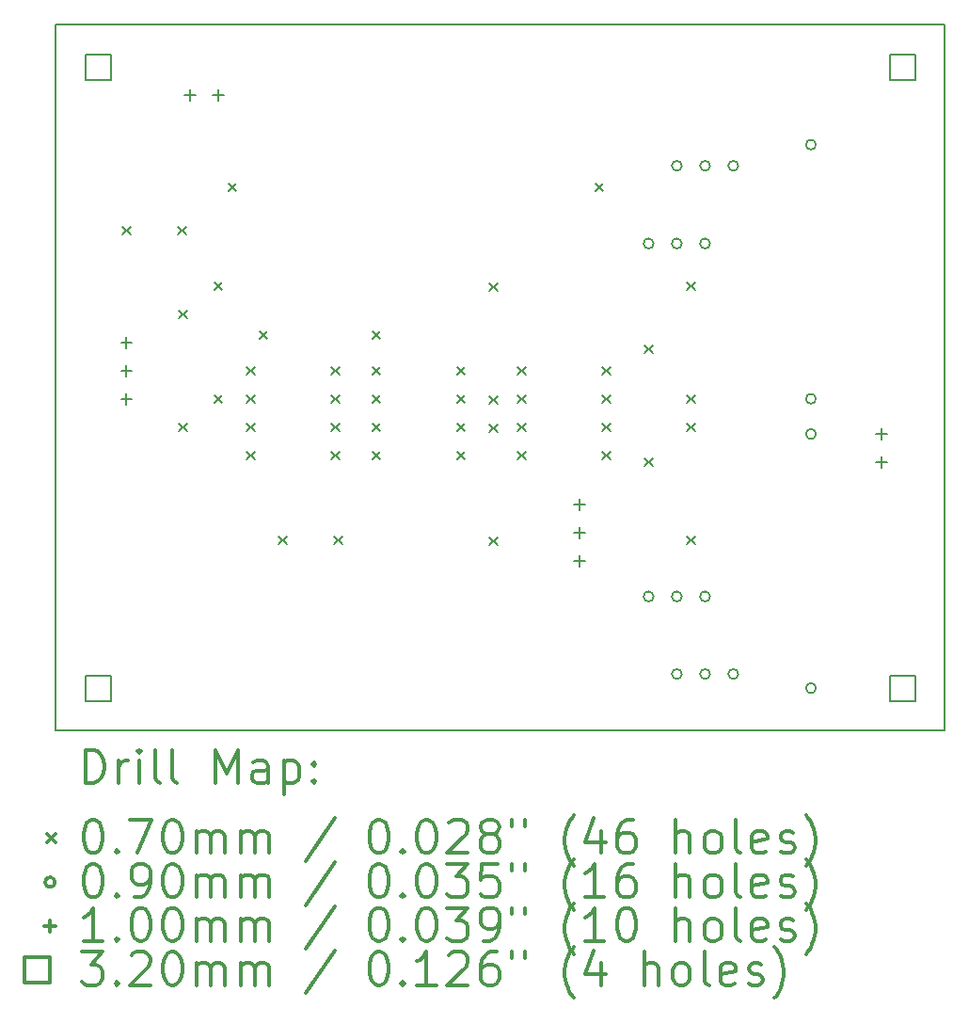
<source format=gbr>
%FSLAX45Y45*%
G04 Gerber Fmt 4.5, Leading zero omitted, Abs format (unit mm)*
G04 Created by KiCad (PCBNEW 4.0.1-stable) date 12/02/16 17:09:35*
%MOMM*%
G01*
G04 APERTURE LIST*
%ADD10C,0.127000*%
%ADD11C,0.150000*%
%ADD12C,0.200000*%
%ADD13C,0.300000*%
G04 APERTURE END LIST*
D10*
D11*
X20701000Y-9652000D02*
X12700000Y-9652000D01*
X12700000Y-16002000D02*
X20701000Y-16002000D01*
X12700000Y-16002000D02*
X12700000Y-9652000D01*
X20701000Y-9652000D02*
X20701000Y-16002000D01*
D12*
X13300000Y-11471200D02*
X13370000Y-11541200D01*
X13370000Y-11471200D02*
X13300000Y-11541200D01*
X13800000Y-11471200D02*
X13870000Y-11541200D01*
X13870000Y-11471200D02*
X13800000Y-11541200D01*
X13808000Y-12220500D02*
X13878000Y-12290500D01*
X13878000Y-12220500D02*
X13808000Y-12290500D01*
X13808000Y-13236500D02*
X13878000Y-13306500D01*
X13878000Y-13236500D02*
X13808000Y-13306500D01*
X14125500Y-11966500D02*
X14195500Y-12036500D01*
X14195500Y-11966500D02*
X14125500Y-12036500D01*
X14125500Y-12982500D02*
X14195500Y-13052500D01*
X14195500Y-12982500D02*
X14125500Y-13052500D01*
X14252500Y-11077500D02*
X14322500Y-11147500D01*
X14322500Y-11077500D02*
X14252500Y-11147500D01*
X14417600Y-12728500D02*
X14487600Y-12798500D01*
X14487600Y-12728500D02*
X14417600Y-12798500D01*
X14417600Y-12982500D02*
X14487600Y-13052500D01*
X14487600Y-12982500D02*
X14417600Y-13052500D01*
X14417600Y-13236500D02*
X14487600Y-13306500D01*
X14487600Y-13236500D02*
X14417600Y-13306500D01*
X14417600Y-13490500D02*
X14487600Y-13560500D01*
X14487600Y-13490500D02*
X14417600Y-13560500D01*
X14531900Y-12411000D02*
X14601900Y-12481000D01*
X14601900Y-12411000D02*
X14531900Y-12481000D01*
X14705000Y-14252500D02*
X14775000Y-14322500D01*
X14775000Y-14252500D02*
X14705000Y-14322500D01*
X15179600Y-12728500D02*
X15249600Y-12798500D01*
X15249600Y-12728500D02*
X15179600Y-12798500D01*
X15179600Y-12982500D02*
X15249600Y-13052500D01*
X15249600Y-12982500D02*
X15179600Y-13052500D01*
X15179600Y-13236500D02*
X15249600Y-13306500D01*
X15249600Y-13236500D02*
X15179600Y-13306500D01*
X15179600Y-13490500D02*
X15249600Y-13560500D01*
X15249600Y-13490500D02*
X15179600Y-13560500D01*
X15205000Y-14252500D02*
X15275000Y-14322500D01*
X15275000Y-14252500D02*
X15205000Y-14322500D01*
X15547900Y-12411000D02*
X15617900Y-12481000D01*
X15617900Y-12411000D02*
X15547900Y-12481000D01*
X15547900Y-12728500D02*
X15617900Y-12798500D01*
X15617900Y-12728500D02*
X15547900Y-12798500D01*
X15547900Y-12982500D02*
X15617900Y-13052500D01*
X15617900Y-12982500D02*
X15547900Y-13052500D01*
X15547900Y-13236500D02*
X15617900Y-13306500D01*
X15617900Y-13236500D02*
X15547900Y-13306500D01*
X15547900Y-13490500D02*
X15617900Y-13560500D01*
X15617900Y-13490500D02*
X15547900Y-13560500D01*
X16309900Y-12728500D02*
X16379900Y-12798500D01*
X16379900Y-12728500D02*
X16309900Y-12798500D01*
X16309900Y-12982500D02*
X16379900Y-13052500D01*
X16379900Y-12982500D02*
X16309900Y-13052500D01*
X16309900Y-13236500D02*
X16379900Y-13306500D01*
X16379900Y-13236500D02*
X16309900Y-13306500D01*
X16309900Y-13490500D02*
X16379900Y-13560500D01*
X16379900Y-13490500D02*
X16309900Y-13560500D01*
X16602000Y-11979200D02*
X16672000Y-12049200D01*
X16672000Y-11979200D02*
X16602000Y-12049200D01*
X16602000Y-12995200D02*
X16672000Y-13065200D01*
X16672000Y-12995200D02*
X16602000Y-13065200D01*
X16602000Y-13249200D02*
X16672000Y-13319200D01*
X16672000Y-13249200D02*
X16602000Y-13319200D01*
X16602000Y-14265200D02*
X16672000Y-14335200D01*
X16672000Y-14265200D02*
X16602000Y-14335200D01*
X16856000Y-12728500D02*
X16926000Y-12798500D01*
X16926000Y-12728500D02*
X16856000Y-12798500D01*
X16856000Y-12982500D02*
X16926000Y-13052500D01*
X16926000Y-12982500D02*
X16856000Y-13052500D01*
X16856000Y-13236500D02*
X16926000Y-13306500D01*
X16926000Y-13236500D02*
X16856000Y-13306500D01*
X16856000Y-13490500D02*
X16926000Y-13560500D01*
X16926000Y-13490500D02*
X16856000Y-13560500D01*
X17554500Y-11077500D02*
X17624500Y-11147500D01*
X17624500Y-11077500D02*
X17554500Y-11147500D01*
X17618000Y-12728500D02*
X17688000Y-12798500D01*
X17688000Y-12728500D02*
X17618000Y-12798500D01*
X17618000Y-12982500D02*
X17688000Y-13052500D01*
X17688000Y-12982500D02*
X17618000Y-13052500D01*
X17618000Y-13236500D02*
X17688000Y-13306500D01*
X17688000Y-13236500D02*
X17618000Y-13306500D01*
X17618000Y-13490500D02*
X17688000Y-13560500D01*
X17688000Y-13490500D02*
X17618000Y-13560500D01*
X17999000Y-12538000D02*
X18069000Y-12608000D01*
X18069000Y-12538000D02*
X17999000Y-12608000D01*
X17999000Y-13554000D02*
X18069000Y-13624000D01*
X18069000Y-13554000D02*
X17999000Y-13624000D01*
X18379746Y-12982448D02*
X18449746Y-13052448D01*
X18449746Y-12982448D02*
X18379746Y-13052448D01*
X18379746Y-14252448D02*
X18449746Y-14322448D01*
X18449746Y-14252448D02*
X18379746Y-14322448D01*
X18380000Y-11966500D02*
X18450000Y-12036500D01*
X18450000Y-11966500D02*
X18380000Y-12036500D01*
X18380000Y-13236500D02*
X18450000Y-13306500D01*
X18450000Y-13236500D02*
X18380000Y-13306500D01*
X18079000Y-11620500D02*
G75*
G03X18079000Y-11620500I-45000J0D01*
G01*
X18079000Y-14795500D02*
G75*
G03X18079000Y-14795500I-45000J0D01*
G01*
X18333000Y-10922000D02*
G75*
G03X18333000Y-10922000I-45000J0D01*
G01*
X18333000Y-11620500D02*
G75*
G03X18333000Y-11620500I-45000J0D01*
G01*
X18333000Y-14795500D02*
G75*
G03X18333000Y-14795500I-45000J0D01*
G01*
X18333000Y-15494000D02*
G75*
G03X18333000Y-15494000I-45000J0D01*
G01*
X18587000Y-10922000D02*
G75*
G03X18587000Y-10922000I-45000J0D01*
G01*
X18587000Y-11620500D02*
G75*
G03X18587000Y-11620500I-45000J0D01*
G01*
X18587000Y-14795500D02*
G75*
G03X18587000Y-14795500I-45000J0D01*
G01*
X18587000Y-15494000D02*
G75*
G03X18587000Y-15494000I-45000J0D01*
G01*
X18841000Y-10922000D02*
G75*
G03X18841000Y-10922000I-45000J0D01*
G01*
X18841000Y-15494000D02*
G75*
G03X18841000Y-15494000I-45000J0D01*
G01*
X19539500Y-10731500D02*
G75*
G03X19539500Y-10731500I-45000J0D01*
G01*
X19539500Y-13017500D02*
G75*
G03X19539500Y-13017500I-45000J0D01*
G01*
X19539500Y-13335000D02*
G75*
G03X19539500Y-13335000I-45000J0D01*
G01*
X19539500Y-15621000D02*
G75*
G03X19539500Y-15621000I-45000J0D01*
G01*
X13335000Y-12459500D02*
X13335000Y-12559500D01*
X13285000Y-12509500D02*
X13385000Y-12509500D01*
X13335000Y-12713500D02*
X13335000Y-12813500D01*
X13285000Y-12763500D02*
X13385000Y-12763500D01*
X13335000Y-12967500D02*
X13335000Y-13067500D01*
X13285000Y-13017500D02*
X13385000Y-13017500D01*
X13906500Y-10237000D02*
X13906500Y-10337000D01*
X13856500Y-10287000D02*
X13956500Y-10287000D01*
X14160500Y-10237000D02*
X14160500Y-10337000D01*
X14110500Y-10287000D02*
X14210500Y-10287000D01*
X17411700Y-13920000D02*
X17411700Y-14020000D01*
X17361700Y-13970000D02*
X17461700Y-13970000D01*
X17411700Y-14174000D02*
X17411700Y-14274000D01*
X17361700Y-14224000D02*
X17461700Y-14224000D01*
X17411700Y-14428000D02*
X17411700Y-14528000D01*
X17361700Y-14478000D02*
X17461700Y-14478000D01*
X20129500Y-13285000D02*
X20129500Y-13385000D01*
X20079500Y-13335000D02*
X20179500Y-13335000D01*
X20129500Y-13539000D02*
X20129500Y-13639000D01*
X20079500Y-13589000D02*
X20179500Y-13589000D01*
X13194138Y-10146138D02*
X13194138Y-9919862D01*
X12967862Y-9919862D01*
X12967862Y-10146138D01*
X13194138Y-10146138D01*
X13194138Y-15734138D02*
X13194138Y-15507862D01*
X12967862Y-15507862D01*
X12967862Y-15734138D01*
X13194138Y-15734138D01*
X20433138Y-10146138D02*
X20433138Y-9919862D01*
X20206862Y-9919862D01*
X20206862Y-10146138D01*
X20433138Y-10146138D01*
X20433138Y-15734138D02*
X20433138Y-15507862D01*
X20206862Y-15507862D01*
X20206862Y-15734138D01*
X20433138Y-15734138D01*
D13*
X12963928Y-16475214D02*
X12963928Y-16175214D01*
X13035357Y-16175214D01*
X13078214Y-16189500D01*
X13106786Y-16218071D01*
X13121071Y-16246643D01*
X13135357Y-16303786D01*
X13135357Y-16346643D01*
X13121071Y-16403786D01*
X13106786Y-16432357D01*
X13078214Y-16460929D01*
X13035357Y-16475214D01*
X12963928Y-16475214D01*
X13263928Y-16475214D02*
X13263928Y-16275214D01*
X13263928Y-16332357D02*
X13278214Y-16303786D01*
X13292500Y-16289500D01*
X13321071Y-16275214D01*
X13349643Y-16275214D01*
X13449643Y-16475214D02*
X13449643Y-16275214D01*
X13449643Y-16175214D02*
X13435357Y-16189500D01*
X13449643Y-16203786D01*
X13463928Y-16189500D01*
X13449643Y-16175214D01*
X13449643Y-16203786D01*
X13635357Y-16475214D02*
X13606786Y-16460929D01*
X13592500Y-16432357D01*
X13592500Y-16175214D01*
X13792500Y-16475214D02*
X13763928Y-16460929D01*
X13749643Y-16432357D01*
X13749643Y-16175214D01*
X14135357Y-16475214D02*
X14135357Y-16175214D01*
X14235357Y-16389500D01*
X14335357Y-16175214D01*
X14335357Y-16475214D01*
X14606786Y-16475214D02*
X14606786Y-16318071D01*
X14592500Y-16289500D01*
X14563928Y-16275214D01*
X14506786Y-16275214D01*
X14478214Y-16289500D01*
X14606786Y-16460929D02*
X14578214Y-16475214D01*
X14506786Y-16475214D01*
X14478214Y-16460929D01*
X14463928Y-16432357D01*
X14463928Y-16403786D01*
X14478214Y-16375214D01*
X14506786Y-16360929D01*
X14578214Y-16360929D01*
X14606786Y-16346643D01*
X14749643Y-16275214D02*
X14749643Y-16575214D01*
X14749643Y-16289500D02*
X14778214Y-16275214D01*
X14835357Y-16275214D01*
X14863928Y-16289500D01*
X14878214Y-16303786D01*
X14892500Y-16332357D01*
X14892500Y-16418071D01*
X14878214Y-16446643D01*
X14863928Y-16460929D01*
X14835357Y-16475214D01*
X14778214Y-16475214D01*
X14749643Y-16460929D01*
X15021071Y-16446643D02*
X15035357Y-16460929D01*
X15021071Y-16475214D01*
X15006786Y-16460929D01*
X15021071Y-16446643D01*
X15021071Y-16475214D01*
X15021071Y-16289500D02*
X15035357Y-16303786D01*
X15021071Y-16318071D01*
X15006786Y-16303786D01*
X15021071Y-16289500D01*
X15021071Y-16318071D01*
X12622500Y-16934500D02*
X12692500Y-17004500D01*
X12692500Y-16934500D02*
X12622500Y-17004500D01*
X13021071Y-16805214D02*
X13049643Y-16805214D01*
X13078214Y-16819500D01*
X13092500Y-16833786D01*
X13106786Y-16862357D01*
X13121071Y-16919500D01*
X13121071Y-16990929D01*
X13106786Y-17048072D01*
X13092500Y-17076643D01*
X13078214Y-17090929D01*
X13049643Y-17105214D01*
X13021071Y-17105214D01*
X12992500Y-17090929D01*
X12978214Y-17076643D01*
X12963928Y-17048072D01*
X12949643Y-16990929D01*
X12949643Y-16919500D01*
X12963928Y-16862357D01*
X12978214Y-16833786D01*
X12992500Y-16819500D01*
X13021071Y-16805214D01*
X13249643Y-17076643D02*
X13263928Y-17090929D01*
X13249643Y-17105214D01*
X13235357Y-17090929D01*
X13249643Y-17076643D01*
X13249643Y-17105214D01*
X13363928Y-16805214D02*
X13563928Y-16805214D01*
X13435357Y-17105214D01*
X13735357Y-16805214D02*
X13763928Y-16805214D01*
X13792500Y-16819500D01*
X13806786Y-16833786D01*
X13821071Y-16862357D01*
X13835357Y-16919500D01*
X13835357Y-16990929D01*
X13821071Y-17048072D01*
X13806786Y-17076643D01*
X13792500Y-17090929D01*
X13763928Y-17105214D01*
X13735357Y-17105214D01*
X13706786Y-17090929D01*
X13692500Y-17076643D01*
X13678214Y-17048072D01*
X13663928Y-16990929D01*
X13663928Y-16919500D01*
X13678214Y-16862357D01*
X13692500Y-16833786D01*
X13706786Y-16819500D01*
X13735357Y-16805214D01*
X13963928Y-17105214D02*
X13963928Y-16905214D01*
X13963928Y-16933786D02*
X13978214Y-16919500D01*
X14006786Y-16905214D01*
X14049643Y-16905214D01*
X14078214Y-16919500D01*
X14092500Y-16948072D01*
X14092500Y-17105214D01*
X14092500Y-16948072D02*
X14106786Y-16919500D01*
X14135357Y-16905214D01*
X14178214Y-16905214D01*
X14206786Y-16919500D01*
X14221071Y-16948072D01*
X14221071Y-17105214D01*
X14363928Y-17105214D02*
X14363928Y-16905214D01*
X14363928Y-16933786D02*
X14378214Y-16919500D01*
X14406786Y-16905214D01*
X14449643Y-16905214D01*
X14478214Y-16919500D01*
X14492500Y-16948072D01*
X14492500Y-17105214D01*
X14492500Y-16948072D02*
X14506786Y-16919500D01*
X14535357Y-16905214D01*
X14578214Y-16905214D01*
X14606786Y-16919500D01*
X14621071Y-16948072D01*
X14621071Y-17105214D01*
X15206786Y-16790929D02*
X14949643Y-17176643D01*
X15592500Y-16805214D02*
X15621071Y-16805214D01*
X15649643Y-16819500D01*
X15663928Y-16833786D01*
X15678214Y-16862357D01*
X15692500Y-16919500D01*
X15692500Y-16990929D01*
X15678214Y-17048072D01*
X15663928Y-17076643D01*
X15649643Y-17090929D01*
X15621071Y-17105214D01*
X15592500Y-17105214D01*
X15563928Y-17090929D01*
X15549643Y-17076643D01*
X15535357Y-17048072D01*
X15521071Y-16990929D01*
X15521071Y-16919500D01*
X15535357Y-16862357D01*
X15549643Y-16833786D01*
X15563928Y-16819500D01*
X15592500Y-16805214D01*
X15821071Y-17076643D02*
X15835357Y-17090929D01*
X15821071Y-17105214D01*
X15806786Y-17090929D01*
X15821071Y-17076643D01*
X15821071Y-17105214D01*
X16021071Y-16805214D02*
X16049643Y-16805214D01*
X16078214Y-16819500D01*
X16092500Y-16833786D01*
X16106785Y-16862357D01*
X16121071Y-16919500D01*
X16121071Y-16990929D01*
X16106785Y-17048072D01*
X16092500Y-17076643D01*
X16078214Y-17090929D01*
X16049643Y-17105214D01*
X16021071Y-17105214D01*
X15992500Y-17090929D01*
X15978214Y-17076643D01*
X15963928Y-17048072D01*
X15949643Y-16990929D01*
X15949643Y-16919500D01*
X15963928Y-16862357D01*
X15978214Y-16833786D01*
X15992500Y-16819500D01*
X16021071Y-16805214D01*
X16235357Y-16833786D02*
X16249643Y-16819500D01*
X16278214Y-16805214D01*
X16349643Y-16805214D01*
X16378214Y-16819500D01*
X16392500Y-16833786D01*
X16406785Y-16862357D01*
X16406785Y-16890929D01*
X16392500Y-16933786D01*
X16221071Y-17105214D01*
X16406785Y-17105214D01*
X16578214Y-16933786D02*
X16549643Y-16919500D01*
X16535357Y-16905214D01*
X16521071Y-16876643D01*
X16521071Y-16862357D01*
X16535357Y-16833786D01*
X16549643Y-16819500D01*
X16578214Y-16805214D01*
X16635357Y-16805214D01*
X16663928Y-16819500D01*
X16678214Y-16833786D01*
X16692500Y-16862357D01*
X16692500Y-16876643D01*
X16678214Y-16905214D01*
X16663928Y-16919500D01*
X16635357Y-16933786D01*
X16578214Y-16933786D01*
X16549643Y-16948072D01*
X16535357Y-16962357D01*
X16521071Y-16990929D01*
X16521071Y-17048072D01*
X16535357Y-17076643D01*
X16549643Y-17090929D01*
X16578214Y-17105214D01*
X16635357Y-17105214D01*
X16663928Y-17090929D01*
X16678214Y-17076643D01*
X16692500Y-17048072D01*
X16692500Y-16990929D01*
X16678214Y-16962357D01*
X16663928Y-16948072D01*
X16635357Y-16933786D01*
X16806786Y-16805214D02*
X16806786Y-16862357D01*
X16921071Y-16805214D02*
X16921071Y-16862357D01*
X17363928Y-17219500D02*
X17349643Y-17205214D01*
X17321071Y-17162357D01*
X17306786Y-17133786D01*
X17292500Y-17090929D01*
X17278214Y-17019500D01*
X17278214Y-16962357D01*
X17292500Y-16890929D01*
X17306786Y-16848072D01*
X17321071Y-16819500D01*
X17349643Y-16776643D01*
X17363928Y-16762357D01*
X17606786Y-16905214D02*
X17606786Y-17105214D01*
X17535357Y-16790929D02*
X17463928Y-17005214D01*
X17649643Y-17005214D01*
X17892500Y-16805214D02*
X17835357Y-16805214D01*
X17806786Y-16819500D01*
X17792500Y-16833786D01*
X17763928Y-16876643D01*
X17749643Y-16933786D01*
X17749643Y-17048072D01*
X17763928Y-17076643D01*
X17778214Y-17090929D01*
X17806786Y-17105214D01*
X17863928Y-17105214D01*
X17892500Y-17090929D01*
X17906786Y-17076643D01*
X17921071Y-17048072D01*
X17921071Y-16976643D01*
X17906786Y-16948072D01*
X17892500Y-16933786D01*
X17863928Y-16919500D01*
X17806786Y-16919500D01*
X17778214Y-16933786D01*
X17763928Y-16948072D01*
X17749643Y-16976643D01*
X18278214Y-17105214D02*
X18278214Y-16805214D01*
X18406786Y-17105214D02*
X18406786Y-16948072D01*
X18392500Y-16919500D01*
X18363928Y-16905214D01*
X18321071Y-16905214D01*
X18292500Y-16919500D01*
X18278214Y-16933786D01*
X18592500Y-17105214D02*
X18563928Y-17090929D01*
X18549643Y-17076643D01*
X18535357Y-17048072D01*
X18535357Y-16962357D01*
X18549643Y-16933786D01*
X18563928Y-16919500D01*
X18592500Y-16905214D01*
X18635357Y-16905214D01*
X18663928Y-16919500D01*
X18678214Y-16933786D01*
X18692500Y-16962357D01*
X18692500Y-17048072D01*
X18678214Y-17076643D01*
X18663928Y-17090929D01*
X18635357Y-17105214D01*
X18592500Y-17105214D01*
X18863928Y-17105214D02*
X18835357Y-17090929D01*
X18821071Y-17062357D01*
X18821071Y-16805214D01*
X19092500Y-17090929D02*
X19063929Y-17105214D01*
X19006786Y-17105214D01*
X18978214Y-17090929D01*
X18963929Y-17062357D01*
X18963929Y-16948072D01*
X18978214Y-16919500D01*
X19006786Y-16905214D01*
X19063929Y-16905214D01*
X19092500Y-16919500D01*
X19106786Y-16948072D01*
X19106786Y-16976643D01*
X18963929Y-17005214D01*
X19221071Y-17090929D02*
X19249643Y-17105214D01*
X19306786Y-17105214D01*
X19335357Y-17090929D01*
X19349643Y-17062357D01*
X19349643Y-17048072D01*
X19335357Y-17019500D01*
X19306786Y-17005214D01*
X19263929Y-17005214D01*
X19235357Y-16990929D01*
X19221071Y-16962357D01*
X19221071Y-16948072D01*
X19235357Y-16919500D01*
X19263929Y-16905214D01*
X19306786Y-16905214D01*
X19335357Y-16919500D01*
X19449643Y-17219500D02*
X19463929Y-17205214D01*
X19492500Y-17162357D01*
X19506786Y-17133786D01*
X19521071Y-17090929D01*
X19535357Y-17019500D01*
X19535357Y-16962357D01*
X19521071Y-16890929D01*
X19506786Y-16848072D01*
X19492500Y-16819500D01*
X19463929Y-16776643D01*
X19449643Y-16762357D01*
X12692500Y-17365500D02*
G75*
G03X12692500Y-17365500I-45000J0D01*
G01*
X13021071Y-17201214D02*
X13049643Y-17201214D01*
X13078214Y-17215500D01*
X13092500Y-17229786D01*
X13106786Y-17258357D01*
X13121071Y-17315500D01*
X13121071Y-17386929D01*
X13106786Y-17444072D01*
X13092500Y-17472643D01*
X13078214Y-17486929D01*
X13049643Y-17501214D01*
X13021071Y-17501214D01*
X12992500Y-17486929D01*
X12978214Y-17472643D01*
X12963928Y-17444072D01*
X12949643Y-17386929D01*
X12949643Y-17315500D01*
X12963928Y-17258357D01*
X12978214Y-17229786D01*
X12992500Y-17215500D01*
X13021071Y-17201214D01*
X13249643Y-17472643D02*
X13263928Y-17486929D01*
X13249643Y-17501214D01*
X13235357Y-17486929D01*
X13249643Y-17472643D01*
X13249643Y-17501214D01*
X13406786Y-17501214D02*
X13463928Y-17501214D01*
X13492500Y-17486929D01*
X13506786Y-17472643D01*
X13535357Y-17429786D01*
X13549643Y-17372643D01*
X13549643Y-17258357D01*
X13535357Y-17229786D01*
X13521071Y-17215500D01*
X13492500Y-17201214D01*
X13435357Y-17201214D01*
X13406786Y-17215500D01*
X13392500Y-17229786D01*
X13378214Y-17258357D01*
X13378214Y-17329786D01*
X13392500Y-17358357D01*
X13406786Y-17372643D01*
X13435357Y-17386929D01*
X13492500Y-17386929D01*
X13521071Y-17372643D01*
X13535357Y-17358357D01*
X13549643Y-17329786D01*
X13735357Y-17201214D02*
X13763928Y-17201214D01*
X13792500Y-17215500D01*
X13806786Y-17229786D01*
X13821071Y-17258357D01*
X13835357Y-17315500D01*
X13835357Y-17386929D01*
X13821071Y-17444072D01*
X13806786Y-17472643D01*
X13792500Y-17486929D01*
X13763928Y-17501214D01*
X13735357Y-17501214D01*
X13706786Y-17486929D01*
X13692500Y-17472643D01*
X13678214Y-17444072D01*
X13663928Y-17386929D01*
X13663928Y-17315500D01*
X13678214Y-17258357D01*
X13692500Y-17229786D01*
X13706786Y-17215500D01*
X13735357Y-17201214D01*
X13963928Y-17501214D02*
X13963928Y-17301214D01*
X13963928Y-17329786D02*
X13978214Y-17315500D01*
X14006786Y-17301214D01*
X14049643Y-17301214D01*
X14078214Y-17315500D01*
X14092500Y-17344072D01*
X14092500Y-17501214D01*
X14092500Y-17344072D02*
X14106786Y-17315500D01*
X14135357Y-17301214D01*
X14178214Y-17301214D01*
X14206786Y-17315500D01*
X14221071Y-17344072D01*
X14221071Y-17501214D01*
X14363928Y-17501214D02*
X14363928Y-17301214D01*
X14363928Y-17329786D02*
X14378214Y-17315500D01*
X14406786Y-17301214D01*
X14449643Y-17301214D01*
X14478214Y-17315500D01*
X14492500Y-17344072D01*
X14492500Y-17501214D01*
X14492500Y-17344072D02*
X14506786Y-17315500D01*
X14535357Y-17301214D01*
X14578214Y-17301214D01*
X14606786Y-17315500D01*
X14621071Y-17344072D01*
X14621071Y-17501214D01*
X15206786Y-17186929D02*
X14949643Y-17572643D01*
X15592500Y-17201214D02*
X15621071Y-17201214D01*
X15649643Y-17215500D01*
X15663928Y-17229786D01*
X15678214Y-17258357D01*
X15692500Y-17315500D01*
X15692500Y-17386929D01*
X15678214Y-17444072D01*
X15663928Y-17472643D01*
X15649643Y-17486929D01*
X15621071Y-17501214D01*
X15592500Y-17501214D01*
X15563928Y-17486929D01*
X15549643Y-17472643D01*
X15535357Y-17444072D01*
X15521071Y-17386929D01*
X15521071Y-17315500D01*
X15535357Y-17258357D01*
X15549643Y-17229786D01*
X15563928Y-17215500D01*
X15592500Y-17201214D01*
X15821071Y-17472643D02*
X15835357Y-17486929D01*
X15821071Y-17501214D01*
X15806786Y-17486929D01*
X15821071Y-17472643D01*
X15821071Y-17501214D01*
X16021071Y-17201214D02*
X16049643Y-17201214D01*
X16078214Y-17215500D01*
X16092500Y-17229786D01*
X16106785Y-17258357D01*
X16121071Y-17315500D01*
X16121071Y-17386929D01*
X16106785Y-17444072D01*
X16092500Y-17472643D01*
X16078214Y-17486929D01*
X16049643Y-17501214D01*
X16021071Y-17501214D01*
X15992500Y-17486929D01*
X15978214Y-17472643D01*
X15963928Y-17444072D01*
X15949643Y-17386929D01*
X15949643Y-17315500D01*
X15963928Y-17258357D01*
X15978214Y-17229786D01*
X15992500Y-17215500D01*
X16021071Y-17201214D01*
X16221071Y-17201214D02*
X16406785Y-17201214D01*
X16306785Y-17315500D01*
X16349643Y-17315500D01*
X16378214Y-17329786D01*
X16392500Y-17344072D01*
X16406785Y-17372643D01*
X16406785Y-17444072D01*
X16392500Y-17472643D01*
X16378214Y-17486929D01*
X16349643Y-17501214D01*
X16263928Y-17501214D01*
X16235357Y-17486929D01*
X16221071Y-17472643D01*
X16678214Y-17201214D02*
X16535357Y-17201214D01*
X16521071Y-17344072D01*
X16535357Y-17329786D01*
X16563928Y-17315500D01*
X16635357Y-17315500D01*
X16663928Y-17329786D01*
X16678214Y-17344072D01*
X16692500Y-17372643D01*
X16692500Y-17444072D01*
X16678214Y-17472643D01*
X16663928Y-17486929D01*
X16635357Y-17501214D01*
X16563928Y-17501214D01*
X16535357Y-17486929D01*
X16521071Y-17472643D01*
X16806786Y-17201214D02*
X16806786Y-17258357D01*
X16921071Y-17201214D02*
X16921071Y-17258357D01*
X17363928Y-17615500D02*
X17349643Y-17601214D01*
X17321071Y-17558357D01*
X17306786Y-17529786D01*
X17292500Y-17486929D01*
X17278214Y-17415500D01*
X17278214Y-17358357D01*
X17292500Y-17286929D01*
X17306786Y-17244072D01*
X17321071Y-17215500D01*
X17349643Y-17172643D01*
X17363928Y-17158357D01*
X17635357Y-17501214D02*
X17463928Y-17501214D01*
X17549643Y-17501214D02*
X17549643Y-17201214D01*
X17521071Y-17244072D01*
X17492500Y-17272643D01*
X17463928Y-17286929D01*
X17892500Y-17201214D02*
X17835357Y-17201214D01*
X17806786Y-17215500D01*
X17792500Y-17229786D01*
X17763928Y-17272643D01*
X17749643Y-17329786D01*
X17749643Y-17444072D01*
X17763928Y-17472643D01*
X17778214Y-17486929D01*
X17806786Y-17501214D01*
X17863928Y-17501214D01*
X17892500Y-17486929D01*
X17906786Y-17472643D01*
X17921071Y-17444072D01*
X17921071Y-17372643D01*
X17906786Y-17344072D01*
X17892500Y-17329786D01*
X17863928Y-17315500D01*
X17806786Y-17315500D01*
X17778214Y-17329786D01*
X17763928Y-17344072D01*
X17749643Y-17372643D01*
X18278214Y-17501214D02*
X18278214Y-17201214D01*
X18406786Y-17501214D02*
X18406786Y-17344072D01*
X18392500Y-17315500D01*
X18363928Y-17301214D01*
X18321071Y-17301214D01*
X18292500Y-17315500D01*
X18278214Y-17329786D01*
X18592500Y-17501214D02*
X18563928Y-17486929D01*
X18549643Y-17472643D01*
X18535357Y-17444072D01*
X18535357Y-17358357D01*
X18549643Y-17329786D01*
X18563928Y-17315500D01*
X18592500Y-17301214D01*
X18635357Y-17301214D01*
X18663928Y-17315500D01*
X18678214Y-17329786D01*
X18692500Y-17358357D01*
X18692500Y-17444072D01*
X18678214Y-17472643D01*
X18663928Y-17486929D01*
X18635357Y-17501214D01*
X18592500Y-17501214D01*
X18863928Y-17501214D02*
X18835357Y-17486929D01*
X18821071Y-17458357D01*
X18821071Y-17201214D01*
X19092500Y-17486929D02*
X19063929Y-17501214D01*
X19006786Y-17501214D01*
X18978214Y-17486929D01*
X18963929Y-17458357D01*
X18963929Y-17344072D01*
X18978214Y-17315500D01*
X19006786Y-17301214D01*
X19063929Y-17301214D01*
X19092500Y-17315500D01*
X19106786Y-17344072D01*
X19106786Y-17372643D01*
X18963929Y-17401214D01*
X19221071Y-17486929D02*
X19249643Y-17501214D01*
X19306786Y-17501214D01*
X19335357Y-17486929D01*
X19349643Y-17458357D01*
X19349643Y-17444072D01*
X19335357Y-17415500D01*
X19306786Y-17401214D01*
X19263929Y-17401214D01*
X19235357Y-17386929D01*
X19221071Y-17358357D01*
X19221071Y-17344072D01*
X19235357Y-17315500D01*
X19263929Y-17301214D01*
X19306786Y-17301214D01*
X19335357Y-17315500D01*
X19449643Y-17615500D02*
X19463929Y-17601214D01*
X19492500Y-17558357D01*
X19506786Y-17529786D01*
X19521071Y-17486929D01*
X19535357Y-17415500D01*
X19535357Y-17358357D01*
X19521071Y-17286929D01*
X19506786Y-17244072D01*
X19492500Y-17215500D01*
X19463929Y-17172643D01*
X19449643Y-17158357D01*
X12642500Y-17711500D02*
X12642500Y-17811500D01*
X12592500Y-17761500D02*
X12692500Y-17761500D01*
X13121071Y-17897214D02*
X12949643Y-17897214D01*
X13035357Y-17897214D02*
X13035357Y-17597214D01*
X13006786Y-17640072D01*
X12978214Y-17668643D01*
X12949643Y-17682929D01*
X13249643Y-17868643D02*
X13263928Y-17882929D01*
X13249643Y-17897214D01*
X13235357Y-17882929D01*
X13249643Y-17868643D01*
X13249643Y-17897214D01*
X13449643Y-17597214D02*
X13478214Y-17597214D01*
X13506786Y-17611500D01*
X13521071Y-17625786D01*
X13535357Y-17654357D01*
X13549643Y-17711500D01*
X13549643Y-17782929D01*
X13535357Y-17840072D01*
X13521071Y-17868643D01*
X13506786Y-17882929D01*
X13478214Y-17897214D01*
X13449643Y-17897214D01*
X13421071Y-17882929D01*
X13406786Y-17868643D01*
X13392500Y-17840072D01*
X13378214Y-17782929D01*
X13378214Y-17711500D01*
X13392500Y-17654357D01*
X13406786Y-17625786D01*
X13421071Y-17611500D01*
X13449643Y-17597214D01*
X13735357Y-17597214D02*
X13763928Y-17597214D01*
X13792500Y-17611500D01*
X13806786Y-17625786D01*
X13821071Y-17654357D01*
X13835357Y-17711500D01*
X13835357Y-17782929D01*
X13821071Y-17840072D01*
X13806786Y-17868643D01*
X13792500Y-17882929D01*
X13763928Y-17897214D01*
X13735357Y-17897214D01*
X13706786Y-17882929D01*
X13692500Y-17868643D01*
X13678214Y-17840072D01*
X13663928Y-17782929D01*
X13663928Y-17711500D01*
X13678214Y-17654357D01*
X13692500Y-17625786D01*
X13706786Y-17611500D01*
X13735357Y-17597214D01*
X13963928Y-17897214D02*
X13963928Y-17697214D01*
X13963928Y-17725786D02*
X13978214Y-17711500D01*
X14006786Y-17697214D01*
X14049643Y-17697214D01*
X14078214Y-17711500D01*
X14092500Y-17740072D01*
X14092500Y-17897214D01*
X14092500Y-17740072D02*
X14106786Y-17711500D01*
X14135357Y-17697214D01*
X14178214Y-17697214D01*
X14206786Y-17711500D01*
X14221071Y-17740072D01*
X14221071Y-17897214D01*
X14363928Y-17897214D02*
X14363928Y-17697214D01*
X14363928Y-17725786D02*
X14378214Y-17711500D01*
X14406786Y-17697214D01*
X14449643Y-17697214D01*
X14478214Y-17711500D01*
X14492500Y-17740072D01*
X14492500Y-17897214D01*
X14492500Y-17740072D02*
X14506786Y-17711500D01*
X14535357Y-17697214D01*
X14578214Y-17697214D01*
X14606786Y-17711500D01*
X14621071Y-17740072D01*
X14621071Y-17897214D01*
X15206786Y-17582929D02*
X14949643Y-17968643D01*
X15592500Y-17597214D02*
X15621071Y-17597214D01*
X15649643Y-17611500D01*
X15663928Y-17625786D01*
X15678214Y-17654357D01*
X15692500Y-17711500D01*
X15692500Y-17782929D01*
X15678214Y-17840072D01*
X15663928Y-17868643D01*
X15649643Y-17882929D01*
X15621071Y-17897214D01*
X15592500Y-17897214D01*
X15563928Y-17882929D01*
X15549643Y-17868643D01*
X15535357Y-17840072D01*
X15521071Y-17782929D01*
X15521071Y-17711500D01*
X15535357Y-17654357D01*
X15549643Y-17625786D01*
X15563928Y-17611500D01*
X15592500Y-17597214D01*
X15821071Y-17868643D02*
X15835357Y-17882929D01*
X15821071Y-17897214D01*
X15806786Y-17882929D01*
X15821071Y-17868643D01*
X15821071Y-17897214D01*
X16021071Y-17597214D02*
X16049643Y-17597214D01*
X16078214Y-17611500D01*
X16092500Y-17625786D01*
X16106785Y-17654357D01*
X16121071Y-17711500D01*
X16121071Y-17782929D01*
X16106785Y-17840072D01*
X16092500Y-17868643D01*
X16078214Y-17882929D01*
X16049643Y-17897214D01*
X16021071Y-17897214D01*
X15992500Y-17882929D01*
X15978214Y-17868643D01*
X15963928Y-17840072D01*
X15949643Y-17782929D01*
X15949643Y-17711500D01*
X15963928Y-17654357D01*
X15978214Y-17625786D01*
X15992500Y-17611500D01*
X16021071Y-17597214D01*
X16221071Y-17597214D02*
X16406785Y-17597214D01*
X16306785Y-17711500D01*
X16349643Y-17711500D01*
X16378214Y-17725786D01*
X16392500Y-17740072D01*
X16406785Y-17768643D01*
X16406785Y-17840072D01*
X16392500Y-17868643D01*
X16378214Y-17882929D01*
X16349643Y-17897214D01*
X16263928Y-17897214D01*
X16235357Y-17882929D01*
X16221071Y-17868643D01*
X16549643Y-17897214D02*
X16606785Y-17897214D01*
X16635357Y-17882929D01*
X16649643Y-17868643D01*
X16678214Y-17825786D01*
X16692500Y-17768643D01*
X16692500Y-17654357D01*
X16678214Y-17625786D01*
X16663928Y-17611500D01*
X16635357Y-17597214D01*
X16578214Y-17597214D01*
X16549643Y-17611500D01*
X16535357Y-17625786D01*
X16521071Y-17654357D01*
X16521071Y-17725786D01*
X16535357Y-17754357D01*
X16549643Y-17768643D01*
X16578214Y-17782929D01*
X16635357Y-17782929D01*
X16663928Y-17768643D01*
X16678214Y-17754357D01*
X16692500Y-17725786D01*
X16806786Y-17597214D02*
X16806786Y-17654357D01*
X16921071Y-17597214D02*
X16921071Y-17654357D01*
X17363928Y-18011500D02*
X17349643Y-17997214D01*
X17321071Y-17954357D01*
X17306786Y-17925786D01*
X17292500Y-17882929D01*
X17278214Y-17811500D01*
X17278214Y-17754357D01*
X17292500Y-17682929D01*
X17306786Y-17640072D01*
X17321071Y-17611500D01*
X17349643Y-17568643D01*
X17363928Y-17554357D01*
X17635357Y-17897214D02*
X17463928Y-17897214D01*
X17549643Y-17897214D02*
X17549643Y-17597214D01*
X17521071Y-17640072D01*
X17492500Y-17668643D01*
X17463928Y-17682929D01*
X17821071Y-17597214D02*
X17849643Y-17597214D01*
X17878214Y-17611500D01*
X17892500Y-17625786D01*
X17906786Y-17654357D01*
X17921071Y-17711500D01*
X17921071Y-17782929D01*
X17906786Y-17840072D01*
X17892500Y-17868643D01*
X17878214Y-17882929D01*
X17849643Y-17897214D01*
X17821071Y-17897214D01*
X17792500Y-17882929D01*
X17778214Y-17868643D01*
X17763928Y-17840072D01*
X17749643Y-17782929D01*
X17749643Y-17711500D01*
X17763928Y-17654357D01*
X17778214Y-17625786D01*
X17792500Y-17611500D01*
X17821071Y-17597214D01*
X18278214Y-17897214D02*
X18278214Y-17597214D01*
X18406786Y-17897214D02*
X18406786Y-17740072D01*
X18392500Y-17711500D01*
X18363928Y-17697214D01*
X18321071Y-17697214D01*
X18292500Y-17711500D01*
X18278214Y-17725786D01*
X18592500Y-17897214D02*
X18563928Y-17882929D01*
X18549643Y-17868643D01*
X18535357Y-17840072D01*
X18535357Y-17754357D01*
X18549643Y-17725786D01*
X18563928Y-17711500D01*
X18592500Y-17697214D01*
X18635357Y-17697214D01*
X18663928Y-17711500D01*
X18678214Y-17725786D01*
X18692500Y-17754357D01*
X18692500Y-17840072D01*
X18678214Y-17868643D01*
X18663928Y-17882929D01*
X18635357Y-17897214D01*
X18592500Y-17897214D01*
X18863928Y-17897214D02*
X18835357Y-17882929D01*
X18821071Y-17854357D01*
X18821071Y-17597214D01*
X19092500Y-17882929D02*
X19063929Y-17897214D01*
X19006786Y-17897214D01*
X18978214Y-17882929D01*
X18963929Y-17854357D01*
X18963929Y-17740072D01*
X18978214Y-17711500D01*
X19006786Y-17697214D01*
X19063929Y-17697214D01*
X19092500Y-17711500D01*
X19106786Y-17740072D01*
X19106786Y-17768643D01*
X18963929Y-17797214D01*
X19221071Y-17882929D02*
X19249643Y-17897214D01*
X19306786Y-17897214D01*
X19335357Y-17882929D01*
X19349643Y-17854357D01*
X19349643Y-17840072D01*
X19335357Y-17811500D01*
X19306786Y-17797214D01*
X19263929Y-17797214D01*
X19235357Y-17782929D01*
X19221071Y-17754357D01*
X19221071Y-17740072D01*
X19235357Y-17711500D01*
X19263929Y-17697214D01*
X19306786Y-17697214D01*
X19335357Y-17711500D01*
X19449643Y-18011500D02*
X19463929Y-17997214D01*
X19492500Y-17954357D01*
X19506786Y-17925786D01*
X19521071Y-17882929D01*
X19535357Y-17811500D01*
X19535357Y-17754357D01*
X19521071Y-17682929D01*
X19506786Y-17640072D01*
X19492500Y-17611500D01*
X19463929Y-17568643D01*
X19449643Y-17554357D01*
X12645638Y-18270638D02*
X12645638Y-18044362D01*
X12419362Y-18044362D01*
X12419362Y-18270638D01*
X12645638Y-18270638D01*
X12935357Y-17993214D02*
X13121071Y-17993214D01*
X13021071Y-18107500D01*
X13063928Y-18107500D01*
X13092500Y-18121786D01*
X13106786Y-18136072D01*
X13121071Y-18164643D01*
X13121071Y-18236072D01*
X13106786Y-18264643D01*
X13092500Y-18278929D01*
X13063928Y-18293214D01*
X12978214Y-18293214D01*
X12949643Y-18278929D01*
X12935357Y-18264643D01*
X13249643Y-18264643D02*
X13263928Y-18278929D01*
X13249643Y-18293214D01*
X13235357Y-18278929D01*
X13249643Y-18264643D01*
X13249643Y-18293214D01*
X13378214Y-18021786D02*
X13392500Y-18007500D01*
X13421071Y-17993214D01*
X13492500Y-17993214D01*
X13521071Y-18007500D01*
X13535357Y-18021786D01*
X13549643Y-18050357D01*
X13549643Y-18078929D01*
X13535357Y-18121786D01*
X13363928Y-18293214D01*
X13549643Y-18293214D01*
X13735357Y-17993214D02*
X13763928Y-17993214D01*
X13792500Y-18007500D01*
X13806786Y-18021786D01*
X13821071Y-18050357D01*
X13835357Y-18107500D01*
X13835357Y-18178929D01*
X13821071Y-18236072D01*
X13806786Y-18264643D01*
X13792500Y-18278929D01*
X13763928Y-18293214D01*
X13735357Y-18293214D01*
X13706786Y-18278929D01*
X13692500Y-18264643D01*
X13678214Y-18236072D01*
X13663928Y-18178929D01*
X13663928Y-18107500D01*
X13678214Y-18050357D01*
X13692500Y-18021786D01*
X13706786Y-18007500D01*
X13735357Y-17993214D01*
X13963928Y-18293214D02*
X13963928Y-18093214D01*
X13963928Y-18121786D02*
X13978214Y-18107500D01*
X14006786Y-18093214D01*
X14049643Y-18093214D01*
X14078214Y-18107500D01*
X14092500Y-18136072D01*
X14092500Y-18293214D01*
X14092500Y-18136072D02*
X14106786Y-18107500D01*
X14135357Y-18093214D01*
X14178214Y-18093214D01*
X14206786Y-18107500D01*
X14221071Y-18136072D01*
X14221071Y-18293214D01*
X14363928Y-18293214D02*
X14363928Y-18093214D01*
X14363928Y-18121786D02*
X14378214Y-18107500D01*
X14406786Y-18093214D01*
X14449643Y-18093214D01*
X14478214Y-18107500D01*
X14492500Y-18136072D01*
X14492500Y-18293214D01*
X14492500Y-18136072D02*
X14506786Y-18107500D01*
X14535357Y-18093214D01*
X14578214Y-18093214D01*
X14606786Y-18107500D01*
X14621071Y-18136072D01*
X14621071Y-18293214D01*
X15206786Y-17978929D02*
X14949643Y-18364643D01*
X15592500Y-17993214D02*
X15621071Y-17993214D01*
X15649643Y-18007500D01*
X15663928Y-18021786D01*
X15678214Y-18050357D01*
X15692500Y-18107500D01*
X15692500Y-18178929D01*
X15678214Y-18236072D01*
X15663928Y-18264643D01*
X15649643Y-18278929D01*
X15621071Y-18293214D01*
X15592500Y-18293214D01*
X15563928Y-18278929D01*
X15549643Y-18264643D01*
X15535357Y-18236072D01*
X15521071Y-18178929D01*
X15521071Y-18107500D01*
X15535357Y-18050357D01*
X15549643Y-18021786D01*
X15563928Y-18007500D01*
X15592500Y-17993214D01*
X15821071Y-18264643D02*
X15835357Y-18278929D01*
X15821071Y-18293214D01*
X15806786Y-18278929D01*
X15821071Y-18264643D01*
X15821071Y-18293214D01*
X16121071Y-18293214D02*
X15949643Y-18293214D01*
X16035357Y-18293214D02*
X16035357Y-17993214D01*
X16006785Y-18036072D01*
X15978214Y-18064643D01*
X15949643Y-18078929D01*
X16235357Y-18021786D02*
X16249643Y-18007500D01*
X16278214Y-17993214D01*
X16349643Y-17993214D01*
X16378214Y-18007500D01*
X16392500Y-18021786D01*
X16406785Y-18050357D01*
X16406785Y-18078929D01*
X16392500Y-18121786D01*
X16221071Y-18293214D01*
X16406785Y-18293214D01*
X16663928Y-17993214D02*
X16606785Y-17993214D01*
X16578214Y-18007500D01*
X16563928Y-18021786D01*
X16535357Y-18064643D01*
X16521071Y-18121786D01*
X16521071Y-18236072D01*
X16535357Y-18264643D01*
X16549643Y-18278929D01*
X16578214Y-18293214D01*
X16635357Y-18293214D01*
X16663928Y-18278929D01*
X16678214Y-18264643D01*
X16692500Y-18236072D01*
X16692500Y-18164643D01*
X16678214Y-18136072D01*
X16663928Y-18121786D01*
X16635357Y-18107500D01*
X16578214Y-18107500D01*
X16549643Y-18121786D01*
X16535357Y-18136072D01*
X16521071Y-18164643D01*
X16806786Y-17993214D02*
X16806786Y-18050357D01*
X16921071Y-17993214D02*
X16921071Y-18050357D01*
X17363928Y-18407500D02*
X17349643Y-18393214D01*
X17321071Y-18350357D01*
X17306786Y-18321786D01*
X17292500Y-18278929D01*
X17278214Y-18207500D01*
X17278214Y-18150357D01*
X17292500Y-18078929D01*
X17306786Y-18036072D01*
X17321071Y-18007500D01*
X17349643Y-17964643D01*
X17363928Y-17950357D01*
X17606786Y-18093214D02*
X17606786Y-18293214D01*
X17535357Y-17978929D02*
X17463928Y-18193214D01*
X17649643Y-18193214D01*
X17992500Y-18293214D02*
X17992500Y-17993214D01*
X18121071Y-18293214D02*
X18121071Y-18136072D01*
X18106786Y-18107500D01*
X18078214Y-18093214D01*
X18035357Y-18093214D01*
X18006786Y-18107500D01*
X17992500Y-18121786D01*
X18306786Y-18293214D02*
X18278214Y-18278929D01*
X18263928Y-18264643D01*
X18249643Y-18236072D01*
X18249643Y-18150357D01*
X18263928Y-18121786D01*
X18278214Y-18107500D01*
X18306786Y-18093214D01*
X18349643Y-18093214D01*
X18378214Y-18107500D01*
X18392500Y-18121786D01*
X18406786Y-18150357D01*
X18406786Y-18236072D01*
X18392500Y-18264643D01*
X18378214Y-18278929D01*
X18349643Y-18293214D01*
X18306786Y-18293214D01*
X18578214Y-18293214D02*
X18549643Y-18278929D01*
X18535357Y-18250357D01*
X18535357Y-17993214D01*
X18806786Y-18278929D02*
X18778214Y-18293214D01*
X18721071Y-18293214D01*
X18692500Y-18278929D01*
X18678214Y-18250357D01*
X18678214Y-18136072D01*
X18692500Y-18107500D01*
X18721071Y-18093214D01*
X18778214Y-18093214D01*
X18806786Y-18107500D01*
X18821071Y-18136072D01*
X18821071Y-18164643D01*
X18678214Y-18193214D01*
X18935357Y-18278929D02*
X18963929Y-18293214D01*
X19021071Y-18293214D01*
X19049643Y-18278929D01*
X19063929Y-18250357D01*
X19063929Y-18236072D01*
X19049643Y-18207500D01*
X19021071Y-18193214D01*
X18978214Y-18193214D01*
X18949643Y-18178929D01*
X18935357Y-18150357D01*
X18935357Y-18136072D01*
X18949643Y-18107500D01*
X18978214Y-18093214D01*
X19021071Y-18093214D01*
X19049643Y-18107500D01*
X19163928Y-18407500D02*
X19178214Y-18393214D01*
X19206786Y-18350357D01*
X19221071Y-18321786D01*
X19235357Y-18278929D01*
X19249643Y-18207500D01*
X19249643Y-18150357D01*
X19235357Y-18078929D01*
X19221071Y-18036072D01*
X19206786Y-18007500D01*
X19178214Y-17964643D01*
X19163928Y-17950357D01*
M02*

</source>
